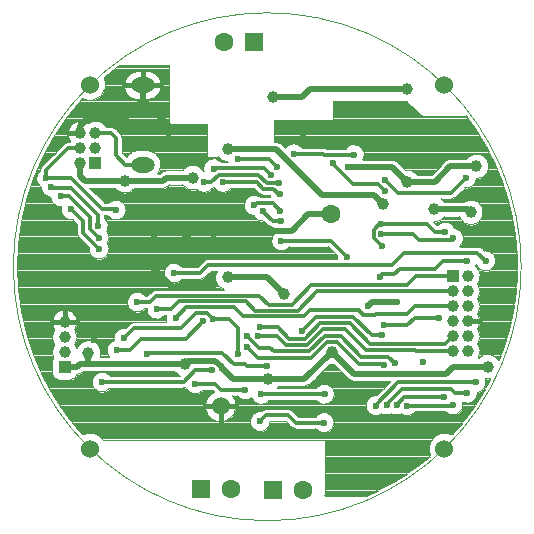
<source format=gbr>
*
*
G04 PADS 9.3 Build Number: 433611 generated Gerber (RS-274-X) file*
G04 PC Version=2.1*
*
%IN "LDC_Layout_20161209.pcb"*%
*
%MOIN*%
*
%FSLAX35Y35*%
*
*
*
*
G04 PC Standard Apertures*
*
*
G04 Thermal Relief Aperture macro.*
%AMTER*
1,1,$1,0,0*
1,0,$1-$2,0,0*
21,0,$3,$4,0,0,45*
21,0,$3,$4,0,0,135*
%
*
*
G04 Annular Aperture macro.*
%AMANN*
1,1,$1,0,0*
1,0,$2,0,0*
%
*
*
G04 Odd Aperture macro.*
%AMODD*
1,1,$1,0,0*
1,0,$1-0.005,0,0*
%
*
*
G04 PC Custom Aperture Macros*
*
*
*
*
*
*
G04 PC Aperture Table*
*
%ADD010C,0.001*%
%ADD024O,0.07874X0.05118*%
%ADD025C,0.06*%
%ADD028R,0.03937X0.03937*%
%ADD029C,0.03937*%
%ADD030R,0.06297X0.06297*%
%ADD031C,0.06297*%
%ADD036C,0.01181*%
%ADD037C,0.01969*%
%ADD040C,0.02362*%
%ADD041C,0.00394*%
%ADD042C,0.01575*%
%ADD043C,0.06299*%
*
*
*
*
G04 PC Circuitry*
G04 Layer Name LDC_Layout_20161209.pcb - circuitry*
%LPD*%
*
*
G04 PC Custom Flashes*
G04 Layer Name LDC_Layout_20161209.pcb - flashes*
%LPD*%
*
*
G04 PC Circuitry*
G04 Layer Name LDC_Layout_20161209.pcb - circuitry*
%LPD*%
*
G54D10*
G54D24*
G01X352165Y454134D03*
Y427756D03*
G54D25*
X378150Y347244D03*
X334646Y333071D03*
X452756Y454331D03*
Y333071D03*
X334646Y454331D03*
G54D28*
X326181Y360236D03*
X336417Y428150D03*
X455512Y390551D03*
G54D29*
X326181Y365236D03*
Y370236D03*
Y375236D03*
X331417Y428150D03*
X336417Y433150D03*
X331417D03*
X336417Y438150D03*
X331417D03*
X455512Y385551D03*
Y380551D03*
Y375551D03*
Y370551D03*
Y365551D03*
X460512D03*
Y370551D03*
Y375551D03*
Y380551D03*
Y385551D03*
Y390551D03*
X334055Y364961D03*
X366142Y361220D03*
X394094Y356299D03*
X415157Y365354D03*
X467126Y360433D03*
X399213Y384449D03*
X380512Y390157D03*
X432283Y414567D03*
X449409Y412795D03*
X461614Y411811D03*
X346260Y422441D03*
X368898Y423425D03*
X440354Y421850D03*
X380709Y432874D03*
X463386Y427165D03*
X395472Y450394D03*
X440354Y452953D03*
G54D30*
X389370Y468701D03*
X371654Y319488D03*
X395669Y319291D03*
G54D31*
X379370Y468701D03*
X381654Y319488D03*
X405669Y319291D03*
G54D36*
X391339Y342126D02*
X393440Y344227D01*
X400680*
X403175Y341732*
X412598*
X338583Y355315D02*
X365813D01*
X369750Y359252*
X375394*
X369488Y354528D02*
X376381D01*
X378153Y352756*
X386417*
X369488Y354528D02*
X369685Y354724D01*
X391732Y351181D02*
X412795D01*
X429921Y347441D02*
Y347766D01*
X437273Y355118*
X463189*
X440354Y347441D02*
X455315D01*
Y347638*
X455512*
X436811D02*
X439370Y350197D01*
X452756*
X433465Y347638D02*
Y347928D01*
X438489Y352953*
X454860*
X456238Y351575*
X460433*
X343504Y365945D02*
X347835D01*
X351575Y369685*
X366535*
X372441Y375591*
X353740Y364764D02*
X353937Y364961D01*
X378642*
X382480Y361122*
X386359*
X386851Y360630*
X393701*
X345866Y369882D02*
X349213Y373228D01*
X364961*
X369894Y378162*
X373609*
X375591Y376181*
X380906*
X383858Y373228*
Y364764*
X390748Y370472D02*
X396850D01*
X399803Y367520*
X406859*
X412174Y372835*
X419689*
X426579Y365945*
X443025*
X443419Y365551*
X455512*
X387008Y366929D02*
X390551Y363386D01*
X408393*
X413720Y368713*
X416932*
X424425Y361220*
X432677*
Y361024*
X391339Y373622D02*
X397115D01*
X401065Y369672*
X406192*
X411335Y374816*
X421147*
X427865Y368098*
X430709*
X430721Y368110*
X453071*
X455512Y370551*
X387008Y370669D02*
Y370576D01*
X390851Y366732*
X394685*
X395879Y365539*
X407698*
X412854Y370694*
X418136*
X425051Y363780*
X434055*
X436220Y361614*
X405118Y372244D02*
X409843Y376969D01*
X422433*
X428535Y370866*
X431890*
X432480Y374213D02*
X440340D01*
X442899Y376772*
X450787*
X350394Y381890D02*
X354490D01*
X356706Y384106*
X391099*
X394115Y381090*
X401793*
X408361Y387657*
X440340*
X443233Y390551*
X455512*
X356890Y379528D02*
X361601D01*
X364198Y382124*
X386572*
X389588Y379109*
X403803*
X410245Y385551*
X455512*
X363189Y376575D02*
X366757Y380143D01*
X382631*
X385647Y377128*
X405829*
X407835Y379134*
X424344*
X425722Y377756*
X429737*
X429921Y377940*
X440340*
X442951Y380551*
X455512*
X362598Y391535D02*
X371355D01*
X374111Y394291*
X435236*
X439370Y398425*
X463780*
X466535Y395669*
X431299Y390354D02*
X432087Y391142D01*
X436024*
X437795Y392913*
X449606*
X452362Y395669*
X460236*
X460512Y390551D02*
Y391455D01*
X398425Y402362D02*
X414961D01*
X420276Y397047*
X431890Y400591D02*
X429121Y403359D01*
Y405824*
X431432Y408135*
X431496Y408071*
X431693Y404724D02*
X442126D01*
X444291Y402559*
X455709*
Y403150*
X328346Y412795D02*
X332283Y408858D01*
Y404921*
X337598Y399606*
X389370Y414173D02*
X390157Y414961D01*
X395472*
X398031Y412402*
X392323Y412205D02*
X392215Y412097D01*
X395454Y408858*
X398425*
X431496Y408071D02*
X446850D01*
X449606Y405315*
X452953*
X320079Y423228D02*
Y425866D01*
X327362Y433150*
X331417*
X320079Y423228D02*
X328346D01*
X338780Y412795*
X343110*
X343307Y412598*
X321654Y420276D02*
Y420079D01*
X328196*
X337402Y410874*
Y407283*
X324803Y417126D02*
X327775D01*
X334646Y410255*
Y406299*
X337598Y403346*
X378937Y421850D02*
X390127D01*
X392383Y419595*
X395770*
X397451Y417913*
X398031*
X372638Y421850D02*
X375098D01*
X377670Y424422*
X390696*
X393477Y421641*
X397625*
X397638Y421654*
X433071Y422638D02*
X437402Y418307D01*
X454921*
X460039Y423425*
X375787Y426378D02*
Y426575D01*
X392520*
X394882Y424213*
X383858Y429528D02*
X394291D01*
X396850Y426969*
X402559Y431299D02*
X412392D01*
X412589Y431102*
X422638*
X415748Y428150D02*
Y428029D01*
X415748D02*
X422441Y421336D01*
X430633*
X432874Y419094*
X336417Y438150D02*
X341772D01*
X343307Y436614*
Y430887*
X346438Y427756*
X352165*
G54D37*
X326181Y360236D02*
X330434D01*
X331418Y361220*
X334055*
Y364961*
Y361220D02*
X366142D01*
X367323Y362402*
X376438*
X378543Y360296*
Y360039*
X382283Y356299*
X394094*
X406102*
X415157Y365354*
X422638Y357874*
X453150*
X455709Y360433*
X467126*
X427165Y380512D02*
X428740Y382087D01*
X436811*
X355906Y392913D02*
X362008Y386811D01*
X375591*
X380512Y390157D02*
X393504D01*
X399213Y384449*
X366339Y403150D02*
X369685Y406496D01*
X384646*
X385433Y405709*
X401792*
X407402Y411319*
X415059*
X449409Y412795D02*
X460630D01*
X461614Y411811*
X346260Y422441D02*
X347025Y422180D01*
X358804*
X360050Y423425*
X368898*
X440354Y421850D02*
X440748Y422047D01*
X449508*
X454626Y427165*
X463386*
X331417Y428150D02*
Y423898D01*
X332987Y422328*
X345818*
X345833Y422343*
X346260Y422441*
X380709Y432874D02*
X396654D01*
X411811Y417717*
X429134*
X432283Y414567*
X420472Y426969D02*
X435236D01*
X440354Y421850*
X331417Y438150D02*
Y440748D01*
X334370Y443701*
X346654*
X352362Y449409*
X361024Y440748*
Y438189*
X352165Y454134D02*
X352362Y453937D01*
Y449409*
X395472Y450394D02*
X405324D01*
X407883Y452953*
X440354*
G54D40*
X427362Y321260D03*
X342520Y338780D03*
X355118Y338976D03*
X391339Y342126D03*
X412598Y341732D03*
X338583Y355315D03*
X369685Y354724D03*
X386417Y352756D03*
X391732Y351181D03*
X412795D03*
X429921Y347441D03*
X440354D03*
X436811Y347638D03*
X433465D03*
X455512D03*
X452756Y350197D03*
X460433Y351575D03*
X463189Y355118D03*
X343504Y365945D03*
X353740Y364764D03*
X375394Y359252D03*
X378543Y360039D03*
X383858Y364764D03*
X393701Y360630D03*
X432677Y361024D03*
X436220Y361614D03*
X445472Y361811D03*
X336024Y369291D03*
X345866Y369882D03*
X375591Y376181D03*
X372441Y375591D03*
X390748Y370472D03*
X387008Y366929D03*
X391339Y373622D03*
X387008Y370669D03*
X405118Y372244D03*
X431890Y370866D03*
X432480Y374213D03*
X350394Y381890D03*
X356890Y379528D03*
X363189Y376575D03*
X427165Y380512D03*
X436811Y382087D03*
X450787Y376772D03*
X313583Y388189D03*
X355906Y392913D03*
X362598Y391535D03*
X375591Y386811D03*
X431299Y390354D03*
X460236Y395669D03*
X466535D03*
X337598Y403346D03*
Y399606D03*
X356102Y403346D03*
X366339Y403150D03*
X375984Y402953D03*
X398425Y402362D03*
X420276Y397047D03*
X431693Y404724D03*
X431890Y400591D03*
X455709Y403150D03*
X452953Y405315D03*
X328346Y412795D03*
X337402Y407283D03*
X343307Y412598D03*
X389370Y414173D03*
X398425Y408858D03*
X392323Y412205D03*
X398031Y412402D03*
X431496Y408071D03*
X320079Y423228D03*
X321654Y420276D03*
X324803Y417126D03*
X378937Y421850D03*
X372638D03*
X398031Y417913D03*
X394882Y424213D03*
X397638Y421654D03*
X433071Y422638D03*
X432874Y419094D03*
X460039Y423425D03*
X375787Y426378D03*
X383858Y429528D03*
X396850Y426969D03*
X402559Y431299D03*
X420472Y426969D03*
X415748Y428150D03*
X422638Y431102D03*
X462795Y435039D03*
X361024Y438189D03*
X405709Y437205D03*
X436220Y440354D03*
G54D41*
X468081Y356313D02*
G75*
G03X468038Y356369I-35J17D01*
G01X466405Y356331D02*
G03X468038Y356369I721J4102D01*
G01X466405Y356331D02*
G03X466361Y356278I-7J-39D01*
G01X463838Y351803D02*
G03X466361Y356278I-649J3315D01*
G01X463838Y351803D02*
G03X463806Y351762I7J-39D01*
G01X458817Y348608D02*
G03X463806Y351762I1616J2967D01*
G01X458817Y348608D02*
G03X458761Y348563I-19J-34D01*
G01X452947Y345440D02*
G03X458761Y348563I2565J2198D01*
G01X452947Y345440D02*
G03X452917Y345454I-30J-26D01*
G01X443106*
G03X443074Y345438I-0J-40*
G01X438443Y344656D02*
G03X443074Y345438I1911J2785D01*
G01X438443Y344656D02*
G03X438402Y344658I-22J-33D01*
G01X435157Y344692D02*
G03X438402Y344658I1654J2946D01*
G01X435157Y344692D02*
G03X435119I-19J-34D01*
G01X431873Y344658D02*
G03X435119Y344692I1592J2980D01*
G01X431873Y344658D02*
G03X431833Y344656I-18J-35D01*
G01X430138Y350812D02*
G03X431833Y344656I-217J-3371D01*
G01X430138Y350812D02*
G03X430168Y350823I2J39D01*
G01X434770Y355426*
G03X434743Y355493I-27J28*
G01X422638*
X420954Y356190D02*
G03X422638Y355493I1684J1684D01*
G01X420954Y356190D02*
X415905Y361239D01*
G03X415870Y361250I-28J-27*
G01X414445D02*
G03X415870I712J4104D01*
G01X414445D02*
G03X414410Y361239I-7J-38D01*
G01X407786Y354616*
X406102Y353918D02*
G03X407786Y354616I0J2381D01*
G01X406102Y353918D02*
X397533D01*
G03X397500Y353901I-0J-39*
G01X396918Y353237D02*
G03X397500Y353901I-2824J3062D01*
G01X396918Y353237D02*
G03X396945Y353169I27J-29D01*
G01X410044*
G03X410076Y353185I-0J39*
G01Y349178D02*
G03Y353185I2719J2003D01*
G01Y349178D02*
G03X410044Y349194I-32J-24D01*
G01X394484*
G03X394452Y349178I-0J-40*
G01X388544Y350065D02*
G03X394452Y349178I3188J1116D01*
G01X388544Y350065D02*
G03X388483Y350083I-37J-13D01*
G01X383698Y350752D02*
G03X388483Y350083I2719J2004D01*
G01X383698Y350752D02*
G03X383666Y350768I-32J-23D01*
G01X382058*
G03X382028Y350703I-0J-39*
G01X376033Y351990D02*
G03X382028Y350703I2117J-4746D01*
G01X376033Y351990D02*
G03X376044Y352054I-17J36D01*
G01X375570Y352529*
G03X375542Y352540I-28J-28*
G01X372280*
G03X372250Y352526I-0J-39*
G01X366564Y353433D02*
G03X372250Y352526I3121J1291D01*
G01X366564Y353433D02*
G03X366513Y353455I-37J-15D01*
G01X365813Y353328D02*
G03X366513Y353455I-0J1987D01*
G01X365813Y353328D02*
X341334D01*
G03X341302Y353312I0J-40*
G01Y357318D02*
G03Y353312I-2719J-2003D01*
G01Y357318D02*
G03X341334Y357302I32J24D01*
G01X364518*
G03X364534Y357378I0J40*
G01X362736Y358823D02*
G03X364534Y357378I3406J2397D01*
G01X362736Y358823D02*
G03X362704Y358839I-32J-23D01*
G01X334055*
X332421*
G03X332393Y358828I-0J-39*
G01X332118Y358553*
X330434Y357855D02*
G03X332118Y358553I-0J2381D01*
G01X330434Y357855D02*
X330340D01*
G03X330301Y357824I-0J-39*
G01X328150Y356071D02*
G03X330301Y357824I-0J2197D01*
G01X328150Y356071D02*
X324213D01*
X322016Y358268D02*
G03X324213Y356071I2197J-0D01*
G01X322016Y358268D02*
Y362205D01*
X322399Y363445D02*
G03X322016Y362205I1814J-1240D01*
G01X322399Y363445D02*
G03X322402Y363484I-32J22D01*
G01X322832Y367713D02*
G03X322402Y363484I3349J-2477D01*
G01X322832Y367713D02*
G03Y367760I-32J23D01*
G01Y372713D02*
G03Y367760I3349J-2477D01*
G01Y372713D02*
G03Y372760I-32J23D01*
G01X329530D02*
G03X322832I-3349J2476D01*
G01X329530D02*
G03Y372713I32J-24D01*
G01Y367760D02*
G03Y372713I-3349J2476D01*
G01Y367760D02*
G03Y367713I32J-24D01*
G01X330132Y366555D02*
G03X329530Y367713I-3951J-1319D01*
G01X330132Y366555D02*
G03X330206Y366552I38J13D01*
G01X338010Y363653D02*
G03X330206Y366552I-3955J1308D01*
G01X338010Y363653D02*
G03X338047Y363602I37J-12D01*
G01X340980*
G03X341009Y363668I0J39*
G01X342526Y369178D02*
G03X341009Y363668I978J-3233D01*
G01X342526Y369178D02*
G03X342553Y369223I-12J38D01*
G01X346373Y373222D02*
G03X342553Y369223I-507J-3340D01*
G01X346373Y373222D02*
G03X346406Y373233I6J39D01*
G01X347807Y374634*
X349213Y375216D02*
G03X347807Y374634I-0J-1988D01*
G01X349213Y375216D02*
X360037D01*
G03X360073Y375270I-0J39*
G01X359937Y377490D02*
G03X360073Y375270I3252J-915D01*
G01X359937Y377490D02*
G03X359899Y377540I-38J11D01*
G01X359641*
G03X359609Y377524I0J-39*
G01X353528Y379859D02*
G03X359609Y377524I3362J-331D01*
G01X353528Y379859D02*
G03X353489Y379902I-39J4D01*
G01X353145*
G03X353113Y379886I0J-39*
G01Y383893D02*
G03Y379886I-2719J-2003D01*
G01Y383893D02*
G03X353145Y383877I32J24D01*
G01X353651*
G03X353679Y383889I-0J40*
G01X355301Y385511*
X356706Y386093D02*
G03X355301Y385511I-0J-1987D01*
G01X356706Y386093D02*
X379296D01*
G03X379308Y386170I0J39*
G01X376907Y392245D02*
G03X379308Y386170I3605J-2088D01*
G01X376907Y392245D02*
G03X376873Y392304I-34J20D01*
G01X374950*
G03X374922Y392292I0J-39*
G01X372760Y390130*
X371355Y389548D02*
G03X372760Y390130I-0J1987D01*
G01X371355Y389548D02*
X365350D01*
G03X365318Y389532I-0J-39*
G01Y393539D02*
G03Y389532I-2720J-2004D01*
G01Y393539D02*
G03X365350Y393523I32J23D01*
G01X370515*
G03X370543Y393534I0J39*
G01X372705Y395697*
X374111Y396279D02*
G03X372705Y395697I-0J-1988D01*
G01X374111Y396279D02*
X416937D01*
G03X416975Y396327I-0J39*
G01X416936Y397554D02*
G03X416975Y396327I3340J-507D01*
G01X416936Y397554D02*
G03X416925Y397587I-39J6D01*
G01X414149Y400363*
G03X414121Y400375I-28J-28*
G01X401177*
G03X401145Y400359I-0J-40*
G01X397375Y405573D02*
G03X401145Y400359I1050J-3211D01*
G01X397375Y405573D02*
G03Y405648I-12J37D01*
G01X395705Y406855D02*
G03X397375Y405648I2720J2003D01*
G01X395705Y406855D02*
G03X395674Y406871I-31J-24D01*
G01X395454*
X394048Y407453D02*
G03X395454Y406871I1406J1405D01*
G01X394048Y407453D02*
X392671Y408830D01*
G03X392639Y408842I-28J-28*
G01X389262Y410776D02*
G03X392639Y408842I3061J1429D01*
G01X389262Y410776D02*
G03X389228Y410798I-36J-17D01*
G01X391286Y416955D02*
G03X389228Y410798I-1916J-2782D01*
G01X391286Y416955D02*
G03X391309Y416948I23J32D01*
G01X394742*
G03X394780Y416998I-0J39*
G01X394671Y417572D02*
G03X394780Y416998I3360J341D01*
G01X394671Y417572D02*
G03X394632Y417607I-39J-4D01*
G01X392383*
X390977Y418189D02*
G03X392383Y417607I1406J1406D01*
G01X390977Y418189D02*
X389315Y419851D01*
G03X389288Y419863I-27J-27*
G01X381688*
G03X381657Y419847I0J-39*
G01X376065Y420072D02*
G03X381657Y419847I2872J1778D01*
G01X376065Y420072D02*
G03X376014Y420086I-33J-21D01*
G01X375400Y419886D02*
G03X376013Y420086I-302J1964D01*
G01X375400Y419886D02*
G03X375375Y419870I6J-39D01*
G01X370249Y419462D02*
G03X375375Y419870I2389J2388D01*
G01X370249Y419462D02*
G03X370209Y419472I-28J-28D01*
G01X365492Y421027D02*
G03X370209Y419472I3406J2398D01*
G01X365492Y421027D02*
G03X365459Y421044I-33J-22D01*
G01X361053*
G03X361025Y421033I-0J-39*
G01X360488Y420496*
X358804Y419798D02*
G03X360488Y420496I0J2382D01*
G01X358804Y419798D02*
X349498D01*
G03X349468Y419784I0J-39*
G01X342935Y419932D02*
G03X349468Y419784I3325J2509D01*
G01X342935Y419932D02*
G03X342904Y419947I-31J-24D01*
G01X334533*
G03X334505Y419880I0J-39*
G01X339591Y414794*
G03X339619Y414783I28J28*
G01X340712*
G03X340742Y414796I0J39*
G01X340454Y410790D02*
G03X340742Y414796I2853J1808D01*
G01X340454Y410790D02*
G03X340421Y410808I-33J-22D01*
G01X339428*
G03X339389Y410768I0J-40*
G01Y410035*
G03X339405Y410003I39J-0*
G01X340255Y405475D02*
G03X339405Y410003I-2853J1808D01*
G01X340255Y405475D02*
G03X340257Y405430I33J-21D01*
G01X340426Y401498D02*
G03X340257Y405430I-2828J1848D01*
G01X340426Y401498D02*
G03Y401455I33J-22D01*
G01X334259Y400113D02*
G03X340426Y401455I3339J-507D01*
G01X334259Y400113D02*
G03X334248Y400147I-39J6D01*
G01X330878Y403516*
X330296Y404921D02*
G03X330878Y403516I1987J0D01*
G01X330296Y404921D02*
Y408019D01*
G03X330285Y408047I-39J-0*
G01X328887Y409444*
G03X328853Y409455I-28J-27*
G01X325094Y413707D02*
G03X328853Y409455I3252J-912D01*
G01X325094Y413707D02*
G03X325053Y413757I-38J11D01*
G01X321435Y416871D02*
G03X325053Y413757I3368J255D01*
G01X321435Y416871D02*
G03X321399Y416907I-39J-3D01*
G01X318276Y420349D02*
G03X321399Y416907I3378J-73D01*
G01X318276Y420349D02*
Y420350D01*
G03X318258Y420383I-39J-0*
G01X318079Y425950D02*
G03X318258Y420383I2000J-2722D01*
G01X318079Y425950D02*
G03X318095Y425980I-24J32D01*
G01X318673Y427271D02*
G03X318095Y425980I1406J-1405D01*
G01X318673Y427271D02*
X325957Y434555D01*
X327362Y435137D02*
G03X325957Y434555I0J-1987D01*
G01X327362Y435137D02*
X327733D01*
G03X327768Y435157I0J39*
G01X328068Y435626D02*
G03X327768Y435157I3349J-2476D01*
G01X328068Y435626D02*
G03Y435673I-31J24D01*
G01X333894Y441499D02*
G03X328068Y435673I-2477J-3349D01*
G01X333894Y441499D02*
G03X333941I23J31D01*
G01X340067Y440157D02*
G03X333941Y441499I-3650J-2007D01*
G01X340067Y440157D02*
G03X340101Y440137I34J19D01*
G01X341772*
X343177Y439555D02*
G03X341772Y440137I-1405J-1405D01*
G01X343177Y439555D02*
X344712Y438019D01*
X345295Y436614D02*
G03X344712Y438019I-1988J0D01*
G01X345295Y436614D02*
Y431726D01*
G03X345306Y431698I39J0*
G01X346709Y430295*
G03X346770Y430302I28J28*
G01X350787Y432512D02*
G03X346770Y430302I0J-4756D01*
G01X350787Y432512D02*
X353543D01*
X357124Y424626D02*
G03X353543Y432512I-3581J3130D01*
G01X357124Y424626D02*
G03X357154Y424561I30J-26D01*
G01X357802*
G03X357830Y424572I-0J39*
G01X358366Y425109*
X360050Y425806D02*
G03X358366Y425109I-0J-2381D01*
G01X360050Y425806D02*
X365459D01*
G03X365492Y425823I0J40*
G01X372407Y425669D02*
G03X365492Y425823I-3509J-2244D01*
G01X372407Y425669D02*
G03X372478Y425699I33J22D01*
G01X378352Y428576D02*
G03X372478Y425699I-2565J-2198D01*
G01X378352Y428576D02*
G03X378382Y428562I30J26D01*
G01X380569*
G03X380607Y428612I-0J40*
G01X380588Y428682D02*
G03X380607Y428612I3270J846D01*
G01X380588Y428682D02*
G03X380551Y428712I-38J-10D01*
G01X377434Y430300D02*
G03X380551Y428712I3275J2574D01*
G01X377434Y430300D02*
G03X377403Y430315I-31J-24D01*
G01X373622*
Y441299*
G03X373583Y441339I-39J0*
G01X361024*
Y460787*
G03X360984Y460827I-40J0*
G01X344475*
G03X344452Y460819I-0J-40*
X339298Y456714I49249J-67118*
X339288Y456666I25J-30*
G01X332189Y449751D02*
G03X339288Y456666I2457J4580D01*
G01X332189Y449751D02*
G03X332141Y449743I-19J-34D01*
Y337658I61560J-56042*
X332189Y337650I29J27*
G01X338910Y336040D02*
G03X332189Y337650I-4264J-2969D01*
G01X338911Y336040D02*
G03X338943Y336024I32J23D01*
G01X412795*
Y317362*
G03X412835Y317323I40J0*
G01X426810*
G03X426826Y317326I0J39*
X448104Y330688I-33125J76375*
X448113Y330735I-26J30*
G01X455213Y337650D02*
G03X448113Y330735I-2457J-4579D01*
G01X455213Y337650D02*
G03X455261Y337658I19J35D01*
X468081Y356313I-61560J56043*
G01X470854Y362432D02*
G03X459976Y444079I-77153J31269D01*
X459945Y444094I-31J-24*
G01X445196*
X440319Y448777*
G03X440292Y448788I-27J-29*
G01X439845Y448819D02*
G03X440292Y448788I509J4134D01*
G01X439845Y448819D02*
G03X439840I-5J-39D01*
G01X415787*
G03X415748Y448780I0J-39*
G01Y442717*
X395906*
G03X395866Y442677I-0J-40*
G01Y435295*
G03X395906Y435255I40J-0*
G01X396654*
X398337Y434558D02*
G03X396654Y435255I-1683J-1684D01*
G01X398337Y434558D02*
X399704Y433191D01*
G03X399764Y433197I28J28*
G01X405279Y433303D02*
G03X399764Y433197I-2720J-2004D01*
G01X405279Y433303D02*
G03X405310Y433287I31J23D01*
G01X412392*
X413247Y433094D02*
G03X412392Y433287I-855J-1795D01*
G01X413247Y433094D02*
G03X413263Y433090I16J35D01*
G01X419886*
G03X419918Y433106I0J39*
G01X425561Y429409D02*
G03X419918Y433106I-2923J1693D01*
G01X425561Y429409D02*
G03X425595Y429350I34J-20D01*
G01X435236*
X436920Y428652D02*
G03X435236Y429350I-1684J-1683D01*
G01X436920Y428652D02*
X439607Y425965D01*
G03X439641Y425954I28J28*
G01X443614Y424443D02*
G03X439641Y425954I-3260J-2593D01*
G01X443614Y424443D02*
G03X443645Y424428I31J25D01*
G01X448505*
G03X448533Y424440I0J40*
G01X452942Y428849*
X454626Y429546D02*
G03X452942Y428849I-0J-2381D01*
G01X454626Y429546D02*
X459948D01*
G03X459980Y429563I-0J40*
G01X463425Y423000D02*
G03X459980Y429563I-39J4165D01*
G01X463425Y423000D02*
G03X463386Y422966I0J-39D01*
G01X459533Y420085D02*
G03X463386Y422966I506J3340D01*
G01X459533Y420085D02*
G03X459499Y420074I-6J-39D01*
G01X456327Y416902*
X454921Y416320D02*
G03X456327Y416902I0J1987D01*
G01X454921Y416320D02*
X451762D01*
G03X451740Y416248I0J-40*
G01X452815Y415193D02*
G03X451740Y416248I-3406J-2398D01*
G01X452815Y415193D02*
G03X452848Y415176I33J23D01*
G01X459147*
G03X459170Y415184I-0J40*
G01X457699Y410388D02*
G03X459170Y415184I3915J1423D01*
G01X457699Y410388D02*
G03X457662Y410414I-37J-13D01*
G01X452848*
G03X452815Y410397I-0J-39*
G01X449193Y408636D02*
G03X452815Y410397I216J4159D01*
G01X449193Y408636D02*
G03X449164Y408568I-2J-40D01*
G01X450280Y407452*
G03X450339Y407454I28J27*
G01X456107Y406525D02*
G03X450339Y407454I-3154J-1210D01*
G01X456107Y406525D02*
G03X456138Y406500I36J14D01*
G01X457782Y400483D02*
G03X456138Y406500I-2073J2667D01*
G01X457782Y400483D02*
G03X457807Y400413I25J-31D01*
G01X463780*
X465185Y399831D02*
G03X463780Y400413I-1405J-1406D01*
G01X465185Y399831D02*
X465995Y399020D01*
G03X466029Y399009I28J28*
G01X463422Y394359D02*
G03X466029Y399009I3113J1310D01*
G01X463422Y394359D02*
G03X463350I-36J-16D01*
G01X463092Y393866D02*
G03X463350Y394359I-2856J1803D01*
G01X463092Y393866D02*
G03X463101Y393814I34J-21D01*
G01X463861Y388075D02*
G03X463101Y393814I-3349J2476D01*
G01X463861Y388075D02*
G03Y388028I32J-24D01*
G01Y383075D02*
G03Y388028I-3349J2476D01*
G01Y383075D02*
G03Y383028I32J-24D01*
G01Y378075D02*
G03Y383028I-3349J2476D01*
G01Y378075D02*
G03Y378028I32J-24D01*
G01Y373075D02*
G03Y378028I-3349J2476D01*
G01Y373075D02*
G03Y373028I32J-24D01*
G01Y368075D02*
G03Y373028I-3349J2476D01*
G01Y368075D02*
G03Y368028I32J-24D01*
G01X464055Y363361D02*
G03X463861Y368028I-3543J2190D01*
G01X464055Y363361D02*
G03X464117Y363314I34J-20D01*
G01X470783Y362428D02*
G03X464117Y363314I-3657J-1995D01*
G01X470783Y362428D02*
G03X470854Y362432I34J18D01*
G01X409879Y339729D02*
G03Y343736I2719J2003D01*
G01Y339729D02*
G03X409847Y339745I-32J-24D01*
G01X403175*
X401769Y340327D02*
G03X403175Y339745I1406J1405D01*
G01X401769Y340327D02*
X399868Y342228D01*
G03X399840Y342240I-28J-28*
G01X394755*
G03X394716Y342200I0J-40*
G01X394716*
X391845Y345466D02*
G03X394716Y342200I-506J-3340D01*
G01X391845Y345466D02*
G03X391879Y345477I6J39D01*
G01X392035Y345633*
X393440Y346215D02*
G03X392035Y345633I-0J-1988D01*
G01X393440Y346215D02*
X400680D01*
X402085Y345633D02*
G03X400680Y346215I-1405J-1406D01*
G01X402085Y345633D02*
X403986Y343731D01*
G03X404014Y343720I28J28*
G01X409847*
G03X409879Y343736I-0J39*
G01X353543Y449378D02*
G03Y458890I0J4756D01*
G01Y449378D02*
X350787D01*
Y458890D02*
G03Y449378I0J-4756D01*
G01Y458890D02*
X353543D01*
X469386Y393857D02*
X476949D01*
X469127Y393503D02*
X476949D01*
X469583Y394211D02*
X476948D01*
X468784Y393148D02*
X476948D01*
X469728Y394566D02*
X476945D01*
X468308Y392794D02*
X476945D01*
X469829Y394920D02*
X476941D01*
X467525Y392440D02*
X476940D01*
X469890Y395274D02*
X476935D01*
X464384Y392085D02*
X476934D01*
X469913Y395629D02*
X476927D01*
X464507Y391731D02*
X476926D01*
X469899Y395983D02*
X476918D01*
X464595Y391377D02*
X476917D01*
X469847Y396337D02*
X476908D01*
X464650Y391022D02*
X476906D01*
X469755Y396692D02*
X476896D01*
X464676Y390668D02*
X476894D01*
X469620Y397046D02*
X476882D01*
X464670Y390314D02*
X476881D01*
X469436Y397400D02*
X476867D01*
X464635Y389959D02*
X476865D01*
X469193Y397755D02*
X476851D01*
X464568Y389605D02*
X476849D01*
X468872Y398109D02*
X476833D01*
X464469Y389251D02*
X476831D01*
X468434Y398463D02*
X476813D01*
X464334Y388896D02*
X476811D01*
X467760Y398818D02*
X476792D01*
X464161Y388542D02*
X476790D01*
X465843Y399172D02*
X476770D01*
X463942Y388188D02*
X476767D01*
X465489Y399526D02*
X476746D01*
X463996Y387833D02*
X476743D01*
X465133Y399881D02*
X476720D01*
X464204Y387479D02*
X476717D01*
X464601Y400235D02*
X476693D01*
X464369Y387125D02*
X476689D01*
X457912Y400589D02*
X476664D01*
X464495Y386770D02*
X476661D01*
X458267Y400944D02*
X476634D01*
X464586Y386416D02*
X476630D01*
X458534Y401298D02*
X476602D01*
X464646Y386062D02*
X476598D01*
X458737Y401652D02*
X476569D01*
X464674Y385707D02*
X476565D01*
X458887Y402007D02*
X476534D01*
X464672Y385353D02*
X476530D01*
X458993Y402361D02*
X476498D01*
X464640Y384999D02*
X476494D01*
X459059Y402715D02*
X476460D01*
X464577Y384644D02*
X476456D01*
X459086Y403070D02*
X476421D01*
X464482Y384290D02*
X476416D01*
X459075Y403424D02*
X476380D01*
X464351Y383936D02*
X476375D01*
X459028Y403778D02*
X476337D01*
X464182Y383581D02*
X476332D01*
X458940Y404133D02*
X476293D01*
X463968Y383227D02*
X476288D01*
X458811Y404487D02*
X476248D01*
X463970Y382873D02*
X476242D01*
X458633Y404841D02*
X476201D01*
X464183Y382518D02*
X476195D01*
X458397Y405196D02*
X476152D01*
X464352Y382164D02*
X476146D01*
X458086Y405550D02*
X476102D01*
X464483Y381810D02*
X476096D01*
X457664Y405904D02*
X476050D01*
X464578Y381455D02*
X476044D01*
X457030Y406259D02*
X475997D01*
X464641Y381101D02*
X475991D01*
X456071Y406613D02*
X475942D01*
X464673Y380747D02*
X475936D01*
X455899Y406967D02*
X475886D01*
X464674Y380392D02*
X475879D01*
X455670Y407322D02*
X475828D01*
X464645Y380038D02*
X475821D01*
X462115Y407676D02*
X475768D01*
X464586Y379684D02*
X475761D01*
X463362Y408030D02*
X475707D01*
X464494Y379329D02*
X475700D01*
X463983Y408385D02*
X475644D01*
X464367Y378975D02*
X475637D01*
X464427Y408739D02*
X475580D01*
X464203Y378621D02*
X475572D01*
X464771Y409093D02*
X475514D01*
X463995Y378266D02*
X475506D01*
X465044Y409448D02*
X475447D01*
X463944Y377912D02*
X475439D01*
X465263Y409802D02*
X475378D01*
X464162Y377558D02*
X475369D01*
X465437Y410156D02*
X475307D01*
X464335Y377203D02*
X475299D01*
X465571Y410510D02*
X475235D01*
X464470Y376849D02*
X475226D01*
X465671Y410865D02*
X475161D01*
X464569Y376495D02*
X475152D01*
X465737Y411219D02*
X475085D01*
X464635Y376140D02*
X475076D01*
X465773Y411573D02*
X475008D01*
X464671Y375786D02*
X474999D01*
X465778Y411928D02*
X474930D01*
X464675Y375432D02*
X474920D01*
X465753Y412282D02*
X474849D01*
X464650Y375077D02*
X474840D01*
X465697Y412636D02*
X474767D01*
X464594Y374723D02*
X474758D01*
X465609Y412991D02*
X474684D01*
X464506Y374369D02*
X474674D01*
X465487Y413345D02*
X474599D01*
X464383Y374014D02*
X474588D01*
X465327Y413699D02*
X474512D01*
X464223Y373660D02*
X474501D01*
X465124Y414054D02*
X474423D01*
X464020Y373306D02*
X474413D01*
X464871Y414408D02*
X474333D01*
X463916Y372951D02*
X474322D01*
X464553Y414762D02*
X474241D01*
X464140Y372597D02*
X474230D01*
X464148Y415117D02*
X474148D01*
X464318Y372243D02*
X474137D01*
X463603Y415471D02*
X474053D01*
X464457Y371888D02*
X474041D01*
X462725Y415825D02*
X473956D01*
X464560Y371534D02*
X473944D01*
X451837Y416180D02*
X473857D01*
X464629Y371180D02*
X473845D01*
X455819Y416534D02*
X473757D01*
X464668Y370825D02*
X473745D01*
X456313Y416888D02*
X473655D01*
X464676Y370471D02*
X473643D01*
X456668Y417243D02*
X473552D01*
X464654Y370117D02*
X473539D01*
X457022Y417597D02*
X473446D01*
X464602Y369762D02*
X473434D01*
X457376Y417951D02*
X473339D01*
X464517Y369408D02*
X473326D01*
X457731Y418306D02*
X473230D01*
X464399Y369054D02*
X473217D01*
X458085Y418660D02*
X473120D01*
X464243Y368699D02*
X473107D01*
X458439Y419014D02*
X473008D01*
X464045Y368345D02*
X472994D01*
X458794Y419369D02*
X472894D01*
X463888Y367991D02*
X472880D01*
X459148Y419723D02*
X472778D01*
X464118Y367636D02*
X472764D01*
X460490Y420077D02*
X472660D01*
X464300Y367282D02*
X472646D01*
X461605Y420432D02*
X472541D01*
X464443Y366928D02*
X472527D01*
X462148Y420786D02*
X472420D01*
X464550Y366573D02*
X472406D01*
X462527Y421140D02*
X472297D01*
X464623Y366219D02*
X472283D01*
X462811Y421495D02*
X472173D01*
X464665Y365865D02*
X472158D01*
X463027Y421849D02*
X472046D01*
X464677Y365510D02*
X472031D01*
X463189Y422203D02*
X471918D01*
X464658Y365156D02*
X471903D01*
X463304Y422558D02*
X471788D01*
X464609Y364802D02*
X471773D01*
X463378Y422912D02*
X471656D01*
X468237Y364448D02*
X471641D01*
X464852Y423266D02*
X471523D01*
X469114Y364093D02*
X471507D01*
X465574Y423621D02*
X471387D01*
X469660Y363739D02*
X471371D01*
X466064Y423975D02*
X471250D01*
X470065Y363385D02*
X471233D01*
X466437Y424329D02*
X471110D01*
X470383Y363030D02*
X471094D01*
X466731Y424684D02*
X470969D01*
X470636Y362676D02*
X470952D01*
X466967Y425038D02*
X470826D01*
X467155Y425392D02*
X470681D01*
X467302Y425747D02*
X470535D01*
X467413Y426101D02*
X470386D01*
X467490Y426455D02*
X470235D01*
X467536Y426810D02*
X470082D01*
X467551Y427164D02*
X469928D01*
X467536Y427518D02*
X469771D01*
X467491Y427873D02*
X469613D01*
X467414Y428227D02*
X469452D01*
X467303Y428581D02*
X469290D01*
X467156Y428936D02*
X469125D01*
X466969Y429290D02*
X468959D01*
X466733Y429644D02*
X468790D01*
X466439Y429999D02*
X468620D01*
X466067Y430353D02*
X468447D01*
X465578Y430707D02*
X468272D01*
X464859Y431062D02*
X468095D01*
X426001Y431416D02*
X467916D01*
X425949Y431770D02*
X467735D01*
X425857Y432125D02*
X467552D01*
X425723Y432479D02*
X467366D01*
X425539Y432833D02*
X467179D01*
X425295Y433188D02*
X466989D01*
X424974Y433542D02*
X466797D01*
X424536Y433896D02*
X466603D01*
X423862Y434251D02*
X466406D01*
X403254Y434605D02*
X466207D01*
X464528Y364448D02*
X466015D01*
X397803Y434959D02*
X466006D01*
X395866Y435314D02*
X465803D01*
X395866Y435668D02*
X465597D01*
X464225Y392440D02*
X465545D01*
X395866Y436022D02*
X465389D01*
X395866Y436377D02*
X465179D01*
X464414Y364093D02*
X465138D01*
X395866Y436731D02*
X464966D01*
X464022Y392794D02*
X464763D01*
X395866Y437085D02*
X464751D01*
X464262Y363739D02*
X464592D01*
X395866Y437440D02*
X464534D01*
X395866Y437794D02*
X464313D01*
X463768Y393148D02*
X464287D01*
X464069Y363385D02*
X464187D01*
X395866Y438148D02*
X464091D01*
X463451Y393503D02*
X463944D01*
X395866Y438503D02*
X463866D01*
X463088Y393857D02*
X463685D01*
X395866Y438857D02*
X463638D01*
X463283Y394211D02*
X463488D01*
X395866Y439211D02*
X463408D01*
X395866Y439566D02*
X463176D01*
X395866Y439920D02*
X462941D01*
X395866Y440274D02*
X462703D01*
X395866Y440629D02*
X462462D01*
X395866Y440983D02*
X462219D01*
X395866Y441337D02*
X461973D01*
X426016Y431062D02*
X461913D01*
X395866Y441692D02*
X461725D01*
X395866Y442046D02*
X461473D01*
X395866Y442400D02*
X461219D01*
X425993Y430707D02*
X461194D01*
X455369Y407676D02*
X461113D01*
X415748Y442755D02*
X460962D01*
X425932Y430353D02*
X460705D01*
X415748Y443109D02*
X460702D01*
X452267Y415825D02*
X460503D01*
X415748Y443463D02*
X460440D01*
X425830Y429999D02*
X460333D01*
X415748Y443818D02*
X460174D01*
X425685Y429644D02*
X460038D01*
X454962Y408030D02*
X459866D01*
X452602Y415471D02*
X459626D01*
X459503Y420077D02*
X459589D01*
X454363Y408385D02*
X459246D01*
X450356Y408739D02*
X458801D01*
X451319Y409093D02*
X458458D01*
X451888Y409448D02*
X458184D01*
X452306Y409802D02*
X457965D01*
X452632Y410156D02*
X457792D01*
X435766Y429290D02*
X453551D01*
X436578Y428936D02*
X453034D01*
X436991Y428581D02*
X452675D01*
X437345Y428227D02*
X452320D01*
X437699Y427873D02*
X451966D01*
X438054Y427518D02*
X451612D01*
X449347Y408385D02*
X451543D01*
X438408Y427164D02*
X451257D01*
X449702Y408030D02*
X450943D01*
X438762Y426810D02*
X450903D01*
X439117Y426455D02*
X450549D01*
X450056Y407676D02*
X450537D01*
X439471Y426101D02*
X450194D01*
X441827Y425747D02*
X449840D01*
X442546Y425392D02*
X449486D01*
X443036Y425038D02*
X449131D01*
X443408Y424684D02*
X448777D01*
X415748Y444172D02*
X445116D01*
X415748Y444526D02*
X444747D01*
X415748Y444881D02*
X444378D01*
X415748Y445235D02*
X444008D01*
X415748Y445589D02*
X443639D01*
X415748Y445944D02*
X443270D01*
X415748Y446298D02*
X442901D01*
X415748Y446652D02*
X442532D01*
X415748Y447007D02*
X442163D01*
X415748Y447361D02*
X441794D01*
X415748Y447715D02*
X441425D01*
X415748Y448070D02*
X441056D01*
X415748Y448424D02*
X440687D01*
X415748Y448778D02*
X440317D01*
X404202Y434251D02*
X421413D01*
X404719Y433896D02*
X420739D01*
X405085Y433542D02*
X420301D01*
X413011Y433188D02*
X419980D01*
X398289Y434605D02*
X401864D01*
X398644Y434251D02*
X400916D01*
X398999Y433896D02*
X400399D01*
X399353Y433542D02*
X400033D01*
X399708Y433188D02*
X399756D01*
X467627Y356298D02*
X468074D01*
X466465Y355944D02*
X467895D01*
X466534Y355589D02*
X467713D01*
X466565Y355235D02*
X467530D01*
X466559Y354881D02*
X467344D01*
X466515Y354526D02*
X467156D01*
X466432Y354172D02*
X466966D01*
X466307Y353818D02*
X466774D01*
X466360Y356298D02*
X466625D01*
X466134Y353463D02*
X466579D01*
X465904Y353109D02*
X466383D01*
X465602Y352755D02*
X466184D01*
X465195Y352400D02*
X465982D01*
X464593Y352046D02*
X465779D01*
X463809Y351692D02*
X465573D01*
X463803Y351337D02*
X465365D01*
X463759Y350983D02*
X465154D01*
X463676Y350629D02*
X464941D01*
X463551Y350274D02*
X464725D01*
X463378Y349920D02*
X464508D01*
X463149Y349566D02*
X464287D01*
X462846Y349211D02*
X464064D01*
X462439Y348857D02*
X463839D01*
X461838Y348503D02*
X463611D01*
X458851Y348148D02*
X463381D01*
X458886Y347794D02*
X463148D01*
X458884Y347440D02*
X462913D01*
X458844Y347085D02*
X462674D01*
X458766Y346731D02*
X462434D01*
X458646Y346377D02*
X462190D01*
X458478Y346022D02*
X461944D01*
X458256Y345668D02*
X461695D01*
X457963Y345314D02*
X461443D01*
X457570Y344959D02*
X461189D01*
X456999Y344605D02*
X460931D01*
X441465Y344251D02*
X460671D01*
X415192Y343896D02*
X460408D01*
X415451Y343542D02*
X460142D01*
X415647Y343188D02*
X459873D01*
X415792Y342833D02*
X459601D01*
X415893Y342479D02*
X459326D01*
X415954Y342125D02*
X459048D01*
X458777Y348503D02*
X459029D01*
X415976Y341770D02*
X458767D01*
X415962Y341416D02*
X458482D01*
X415909Y341062D02*
X458195D01*
X415817Y340707D02*
X457904D01*
X415682Y340353D02*
X457610D01*
X415498Y339999D02*
X457312D01*
X415254Y339644D02*
X457012D01*
X414932Y339290D02*
X456707D01*
X414493Y338936D02*
X456400D01*
X413816Y338581D02*
X456088D01*
X453405Y338227D02*
X455774D01*
X454743Y337873D02*
X455455D01*
X442190Y344605D02*
X454024D01*
X442646Y344959D02*
X453454D01*
X442978Y345314D02*
X453060D01*
X335295Y338227D02*
X452107D01*
X336633Y337873D02*
X450768D01*
X337334Y337518D02*
X450068D01*
X337848Y337164D02*
X449554D01*
X338255Y336810D02*
X449146D01*
X338589Y336455D02*
X448812D01*
X338868Y336101D02*
X448534D01*
X412795Y335747D02*
X448301D01*
X412795Y335392D02*
X448106D01*
X412795Y330786D02*
X448088D01*
X412795Y335038D02*
X447946D01*
X412795Y331140D02*
X447931D01*
X412795Y334684D02*
X447816D01*
X412795Y330432D02*
X447806D01*
X412795Y331495D02*
X447804D01*
X412795Y334329D02*
X447714D01*
X412795Y331849D02*
X447705D01*
X412795Y333975D02*
X447638D01*
X412795Y332203D02*
X447632D01*
X412795Y333621D02*
X447588D01*
X412795Y332558D02*
X447584D01*
X412795Y333266D02*
X447563D01*
X412795Y332912D02*
X447561D01*
X412795Y330077D02*
X447389D01*
X412795Y329723D02*
X446966D01*
X412795Y329369D02*
X446538D01*
X412795Y329014D02*
X446103D01*
X412795Y328660D02*
X445663D01*
X412795Y328306D02*
X445216D01*
X412795Y327951D02*
X444763D01*
X412795Y327597D02*
X444304D01*
X412795Y327243D02*
X443838D01*
X412795Y326888D02*
X443364D01*
X412795Y326534D02*
X442884D01*
X412795Y326180D02*
X442397D01*
X412795Y325825D02*
X441901D01*
X412795Y325471D02*
X441399D01*
X412795Y325117D02*
X440888D01*
X412795Y324762D02*
X440368D01*
X412795Y324408D02*
X439841D01*
X412795Y324054D02*
X439304D01*
X431032Y344251D02*
X439244D01*
X412795Y323699D02*
X438758D01*
X438299Y344605D02*
X438519D01*
X412795Y323345D02*
X438203D01*
X412795Y322991D02*
X437638D01*
X412795Y322636D02*
X437062D01*
X412795Y322282D02*
X436476D01*
X412795Y321928D02*
X435879D01*
X434952Y344605D02*
X435323D01*
X412795Y321573D02*
X435270D01*
X412795Y321219D02*
X434649D01*
X408405Y355235D02*
X434580D01*
X408051Y354881D02*
X434225D01*
X412795Y320865D02*
X434016D01*
X413265Y354526D02*
X433871D01*
X414366Y354172D02*
X433517D01*
X412795Y320510D02*
X433369D01*
X414907Y353818D02*
X433162D01*
X415286Y353463D02*
X432808D01*
X412795Y320156D02*
X432708D01*
X415569Y353109D02*
X432454D01*
X415784Y352755D02*
X432099D01*
X412795Y319802D02*
X432032D01*
X431756Y344605D02*
X431977D01*
X415946Y352400D02*
X431745D01*
X416061Y352046D02*
X431391D01*
X412795Y319448D02*
X431341D01*
X416134Y351692D02*
X431036D01*
X416170Y351337D02*
X430682D01*
X412795Y319093D02*
X430634D01*
X416167Y350983D02*
X430328D01*
X412795Y318739D02*
X429909D01*
X412795Y318385D02*
X429167D01*
X414850Y344251D02*
X428811D01*
X416128Y350629D02*
X428803D01*
X412795Y318030D02*
X428404D01*
X414376Y344605D02*
X428086D01*
X416049Y350274D02*
X428082D01*
X413597Y344959D02*
X427629D01*
X415929Y349920D02*
X427627D01*
X412795Y317676D02*
X427621D01*
X402404Y345314D02*
X427297D01*
X415762Y349566D02*
X427295D01*
X402049Y345668D02*
X427046D01*
X415539Y349211D02*
X427044D01*
X401533Y346022D02*
X426856D01*
X415247Y348857D02*
X426854D01*
X383274Y346377D02*
X426715D01*
X414854Y348503D02*
X426714D01*
X383321Y346731D02*
X426619D01*
X414283Y348148D02*
X426618D01*
X383344Y347085D02*
X426562D01*
X383317Y347794D02*
X426562D01*
X383343Y347440D02*
X426543D01*
X408760Y355589D02*
X421967D01*
X409114Y355944D02*
X421244D01*
X409468Y356298D02*
X420846D01*
X409823Y356652D02*
X420492D01*
X410177Y357007D02*
X420138D01*
X410531Y357361D02*
X419784D01*
X410886Y357715D02*
X419429D01*
X411240Y358070D02*
X419075D01*
X411594Y358424D02*
X418721D01*
X411949Y358778D02*
X418366D01*
X412303Y359133D02*
X418012D01*
X412657Y359487D02*
X417658D01*
X413012Y359841D02*
X417303D01*
X338449Y396337D02*
X416973D01*
X413366Y360196D02*
X416949D01*
X339306Y396692D02*
X416916D01*
X340157Y397400D02*
X416916D01*
X339802Y397046D02*
X416898D01*
X340424Y397755D02*
X416758D01*
X413720Y360550D02*
X416595D01*
X340626Y398109D02*
X416403D01*
X414075Y360904D02*
X416240D01*
X340777Y398463D02*
X416049D01*
X340883Y398818D02*
X415695D01*
X399535Y399172D02*
X415340D01*
X400260Y399526D02*
X414986D01*
X400717Y399881D02*
X414632D01*
X401049Y400235D02*
X414277D01*
X407692Y354526D02*
X412325D01*
X402758Y344959D02*
X411600D01*
X331313Y338581D02*
X411381D01*
X393220Y348148D02*
X411308D01*
X407172Y354172D02*
X411225D01*
X403112Y344605D02*
X410821D01*
X393791Y348503D02*
X410737D01*
X392449Y338936D02*
X410704D01*
X397440Y353818D02*
X410683D01*
X403467Y344251D02*
X410347D01*
X394184Y348857D02*
X410344D01*
X397145Y353463D02*
X410305D01*
X393174Y339290D02*
X410265D01*
X403821Y343896D02*
X410005D01*
X393630Y339644D02*
X409943D01*
X393963Y339999D02*
X402203D01*
X394214Y340353D02*
X401743D01*
X394404Y340707D02*
X401389D01*
X394545Y341062D02*
X401034D01*
X394641Y341416D02*
X400680D01*
X394698Y341770D02*
X400326D01*
X394717Y342125D02*
X399971D01*
X340948Y399172D02*
X397315D01*
X340301Y405550D02*
X397307D01*
X340485Y405904D02*
X396787D01*
X340975Y399526D02*
X396590D01*
X340425Y405196D02*
X396586D01*
X340620Y406259D02*
X396268D01*
X340965Y399881D02*
X396133D01*
X340628Y404841D02*
X396131D01*
X340712Y406613D02*
X395902D01*
X340917Y400235D02*
X395801D01*
X340778Y404487D02*
X395799D01*
X340830Y400589D02*
X395550D01*
X340884Y404133D02*
X395548D01*
X340700Y400944D02*
X395360D01*
X340949Y403778D02*
X395358D01*
X340522Y401298D02*
X395219D01*
X340976Y403424D02*
X395218D01*
X340521Y401652D02*
X395123D01*
X340965Y403070D02*
X395122D01*
X340699Y402007D02*
X395066D01*
X340917Y402715D02*
X395066D01*
X340829Y402361D02*
X395047D01*
X340765Y406967D02*
X394842D01*
X390780Y417243D02*
X394721D01*
X336788Y417597D02*
X394658D01*
X340779Y407322D02*
X394193D01*
X340757Y407676D02*
X393825D01*
X340696Y408030D02*
X393471D01*
X340595Y408385D02*
X393117D01*
X340450Y408739D02*
X392762D01*
X383201Y346022D02*
X392587D01*
X383102Y345668D02*
X392071D01*
X336434Y417951D02*
X391265D01*
X340254Y409093D02*
X391008D01*
X346761Y418306D02*
X390861D01*
X380047Y418660D02*
X390507D01*
X344525Y409448D02*
X390371D01*
X383267Y348148D02*
X390245D01*
X331002Y338936D02*
X390228D01*
X382975Y345314D02*
X390221D01*
X380772Y419014D02*
X390152D01*
X345202Y409802D02*
X389949D01*
X381229Y419369D02*
X389798D01*
X383192Y348503D02*
X389674D01*
X345641Y410156D02*
X389637D01*
X330694Y339290D02*
X389503D01*
X382817Y344959D02*
X389499D01*
X381561Y419723D02*
X389444D01*
X345963Y410510D02*
X389400D01*
X383090Y348857D02*
X389281D01*
X330390Y339644D02*
X389047D01*
X382627Y344605D02*
X389044D01*
X382960Y349211D02*
X388988D01*
X387528Y349566D02*
X388766D01*
X330089Y339999D02*
X388715D01*
X382398Y344251D02*
X388712D01*
X346206Y410865D02*
X388688D01*
X388253Y349920D02*
X388599D01*
X329792Y340353D02*
X388463D01*
X382125Y343896D02*
X388462D01*
X329498Y340707D02*
X388273D01*
X381797Y343542D02*
X388272D01*
X329207Y341062D02*
X388133D01*
X381398Y343188D02*
X388132D01*
X328919Y341416D02*
X388036D01*
X380898Y342833D02*
X388035D01*
X328635Y341770D02*
X387979D01*
X380224Y342479D02*
X387979D01*
X379043Y342125D02*
X387961D01*
X337143Y417243D02*
X387960D01*
X346391Y411219D02*
X387732D01*
X337497Y416888D02*
X387361D01*
X346526Y411573D02*
X387213D01*
X337851Y416534D02*
X386954D01*
X346618Y411928D02*
X386846D01*
X338206Y416180D02*
X386653D01*
X346670Y412282D02*
X386571D01*
X344306Y415825D02*
X386424D01*
X346685Y412636D02*
X386362D01*
X345084Y415471D02*
X386251D01*
X346662Y412991D02*
X386206D01*
X345558Y415117D02*
X386127D01*
X346601Y413345D02*
X386095D01*
X345901Y414762D02*
X386044D01*
X346501Y413699D02*
X386025D01*
X346159Y414408D02*
X386000D01*
X346355Y414054D02*
X385994D01*
X382799Y349566D02*
X385307D01*
X382605Y349920D02*
X384582D01*
X382372Y350274D02*
X384126D01*
X382093Y350629D02*
X383793D01*
X378348Y428581D02*
X380603D01*
X377994Y428936D02*
X379352D01*
X310771Y386416D02*
X378681D01*
X377499Y429290D02*
X378586D01*
X310741Y386770D02*
X378087D01*
X376648Y429644D02*
X378078D01*
X373748Y418660D02*
X377827D01*
X357737Y429999D02*
X377695D01*
X310712Y387125D02*
X377657D01*
X310685Y387479D02*
X377322D01*
X328354Y342125D02*
X377256D01*
X374473Y419014D02*
X377102D01*
X310659Y387833D02*
X377055D01*
X363049Y388188D02*
X376842D01*
X374715Y392085D02*
X376819D01*
X364164Y388542D02*
X376672D01*
X374361Y391731D02*
X376655D01*
X374930Y419369D02*
X376645D01*
X364707Y388896D02*
X376542D01*
X374007Y391377D02*
X376529D01*
X365086Y389251D02*
X376446D01*
X373652Y391022D02*
X376437D01*
X371827Y389605D02*
X376383D01*
X373298Y390668D02*
X376378D01*
X372565Y389959D02*
X376351D01*
X372944Y390314D02*
X376349D01*
X375262Y419723D02*
X376313D01*
X328075Y342479D02*
X376076D01*
X375996Y420077D02*
X376061D01*
X371743Y352046D02*
X376051D01*
X372136Y352400D02*
X375698D01*
X371173Y351692D02*
X375461D01*
X327800Y342833D02*
X375401D01*
X322037Y351337D02*
X374948D01*
X357908Y429644D02*
X374926D01*
X327528Y343188D02*
X374901D01*
X322248Y350983D02*
X374540D01*
X327259Y343542D02*
X374502D01*
X322461Y350629D02*
X374206D01*
X326993Y343896D02*
X374175D01*
X358045Y429290D02*
X374076D01*
X322676Y350274D02*
X373928D01*
X326730Y344251D02*
X373901D01*
X322894Y349920D02*
X373695D01*
X326470Y344605D02*
X373673D01*
X339471Y440983D02*
X373622D01*
X339765Y440629D02*
X373622D01*
X340000Y440274D02*
X373622D01*
X342675Y439920D02*
X373622D01*
X343166Y439566D02*
X373622D01*
X343521Y439211D02*
X373622D01*
X343875Y438857D02*
X373622D01*
X344229Y438503D02*
X373622D01*
X344584Y438148D02*
X373622D01*
X344906Y437794D02*
X373622D01*
X345115Y437440D02*
X373622D01*
X345238Y437085D02*
X373622D01*
X345291Y436731D02*
X373622D01*
X345295Y436377D02*
X373622D01*
X345295Y436022D02*
X373622D01*
X345295Y435668D02*
X373622D01*
X345295Y435314D02*
X373622D01*
X345295Y434959D02*
X373622D01*
X345295Y434605D02*
X373622D01*
X345295Y434251D02*
X373622D01*
X345295Y433896D02*
X373622D01*
X345295Y433542D02*
X373622D01*
X345295Y433188D02*
X373622D01*
X345295Y432833D02*
X373622D01*
X354101Y432479D02*
X373622D01*
X355423Y432125D02*
X373622D01*
X356093Y431770D02*
X373622D01*
X356580Y431416D02*
X373622D01*
X356962Y431062D02*
X373622D01*
X357273Y430707D02*
X373622D01*
X357528Y430353D02*
X373622D01*
X339099Y441337D02*
X373593D01*
X358151Y428936D02*
X373581D01*
X323114Y349566D02*
X373500D01*
X326213Y344959D02*
X373482D01*
X323337Y349211D02*
X373339D01*
X325958Y345314D02*
X373325D01*
X358227Y428581D02*
X373227D01*
X323562Y348857D02*
X373209D01*
X325707Y345668D02*
X373198D01*
X323790Y348503D02*
X373107D01*
X325458Y346022D02*
X373098D01*
X310483Y395983D02*
X373067D01*
X324021Y348148D02*
X373032D01*
X325211Y346377D02*
X373026D01*
X324253Y347794D02*
X372982D01*
X324968Y346731D02*
X372978D01*
X358276Y428227D02*
X372960D01*
X324489Y347440D02*
X372956D01*
X324727Y347085D02*
X372955D01*
X358298Y427873D02*
X372758D01*
X310474Y395629D02*
X372637D01*
X369670Y427518D02*
X372608D01*
X370734Y427164D02*
X372502D01*
X372356Y425747D02*
X372469D01*
X371326Y426810D02*
X372437D01*
X372090Y426101D02*
X372421D01*
X371756Y426455D02*
X372410D01*
X310467Y395274D02*
X372283D01*
X310461Y394920D02*
X371929D01*
X364091Y394566D02*
X371574D01*
X348008Y418660D02*
X371527D01*
X364660Y394211D02*
X371220D01*
X365052Y393857D02*
X370866D01*
X348628Y419014D02*
X370803D01*
X369844Y419369D02*
X370346D01*
X321829Y351692D02*
X368197D01*
X358293Y427518D02*
X368125D01*
X349073Y419369D02*
X367951D01*
X339434Y352046D02*
X367627D01*
X340290Y352400D02*
X367234D01*
X358262Y427164D02*
X367062D01*
X349416Y419723D02*
X366988D01*
X340786Y352755D02*
X366941D01*
X341141Y353109D02*
X366718D01*
X358204Y426810D02*
X366470D01*
X359923Y420077D02*
X366419D01*
X358118Y426455D02*
X366040D01*
X360421Y420432D02*
X366001D01*
X358002Y426101D02*
X365705D01*
X360778Y420786D02*
X365675D01*
X341271Y357361D02*
X364553D01*
X340960Y357715D02*
X363891D01*
X340538Y358070D02*
X363417D01*
X339904Y358424D02*
X363055D01*
X332343Y358778D02*
X362767D01*
X310635Y388188D02*
X362148D01*
X310456Y394566D02*
X361106D01*
X310612Y388542D02*
X361033D01*
X343981Y460471D02*
X361024D01*
X343508Y460117D02*
X361024D01*
X343043Y459762D02*
X361024D01*
X342584Y459408D02*
X361024D01*
X342132Y459054D02*
X361024D01*
X354875Y458699D02*
X361024D01*
X355753Y458345D02*
X361024D01*
X356326Y457991D02*
X361024D01*
X356761Y457636D02*
X361024D01*
X357108Y457282D02*
X361024D01*
X357392Y456928D02*
X361024D01*
X357626Y456573D02*
X361024D01*
X357818Y456219D02*
X361024D01*
X357973Y455865D02*
X361024D01*
X358096Y455510D02*
X361024D01*
X358188Y455156D02*
X361024D01*
X358252Y454802D02*
X361024D01*
X358289Y454448D02*
X361024D01*
X358299Y454093D02*
X361024D01*
X358283Y453739D02*
X361024D01*
X358240Y453385D02*
X361024D01*
X358169Y453030D02*
X361024D01*
X358070Y452676D02*
X361024D01*
X357940Y452322D02*
X361024D01*
X357777Y451967D02*
X361024D01*
X357576Y451613D02*
X361024D01*
X357332Y451259D02*
X361024D01*
X357034Y450904D02*
X361024D01*
X356670Y450550D02*
X361024D01*
X356209Y450196D02*
X361024D01*
X355591Y449841D02*
X361024D01*
X354555Y449487D02*
X361024D01*
X331591Y449133D02*
X361024D01*
X331276Y448778D02*
X361024D01*
X330965Y448424D02*
X361024D01*
X330658Y448070D02*
X361024D01*
X330354Y447715D02*
X361024D01*
X330054Y447361D02*
X361024D01*
X329757Y447007D02*
X361024D01*
X329463Y446652D02*
X361024D01*
X329172Y446298D02*
X361024D01*
X328885Y445944D02*
X361024D01*
X328601Y445589D02*
X361024D01*
X328320Y445235D02*
X361024D01*
X328043Y444881D02*
X361024D01*
X327768Y444526D02*
X361024D01*
X327496Y444172D02*
X361024D01*
X327228Y443818D02*
X361024D01*
X326962Y443463D02*
X361024D01*
X326699Y443109D02*
X361024D01*
X326439Y442755D02*
X361024D01*
X326182Y442400D02*
X361024D01*
X337890Y442046D02*
X361024D01*
X338609Y441692D02*
X361024D01*
X344465Y460825D02*
X360994D01*
X310454Y394211D02*
X360537D01*
X310591Y388896D02*
X360490D01*
X310452Y393857D02*
X360145D01*
X310571Y389251D02*
X360110D01*
X330342Y375432D02*
X360010D01*
X330310Y375786D02*
X359904D01*
X359341Y377203D02*
X359870D01*
X310452Y393503D02*
X359852D01*
X330247Y376140D02*
X359839D01*
X310553Y389605D02*
X359826D01*
X358948Y376849D02*
X359822D01*
X358377Y376495D02*
X359812D01*
X310454Y393148D02*
X359630D01*
X310536Y389959D02*
X359611D01*
X357854Y425747D02*
X359521D01*
X310457Y392794D02*
X359464D01*
X310521Y390314D02*
X359449D01*
X310462Y392440D02*
X359344D01*
X310507Y390668D02*
X359334D01*
X310468Y392085D02*
X359266D01*
X310495Y391022D02*
X359260D01*
X310475Y391731D02*
X359226D01*
X310484Y391377D02*
X359224D01*
X357670Y425392D02*
X358708D01*
X357446Y425038D02*
X358295D01*
X357174Y424684D02*
X357941D01*
X310803Y386062D02*
X356355D01*
X310837Y385707D02*
X355530D01*
X330152Y376495D02*
X355402D01*
X310872Y385353D02*
X355143D01*
X330022Y376849D02*
X354831D01*
X351715Y384999D02*
X354789D01*
X329853Y377203D02*
X354438D01*
X352349Y384644D02*
X354434D01*
X329640Y377558D02*
X354146D01*
X352771Y384290D02*
X354080D01*
X329373Y377912D02*
X353923D01*
X329039Y378266D02*
X353756D01*
X353082Y383936D02*
X353726D01*
X351245Y378621D02*
X353636D01*
X352101Y378975D02*
X353557D01*
X352597Y379329D02*
X353518D01*
X352952Y379684D02*
X353515D01*
X345295Y432479D02*
X350230D01*
X336528Y449487D02*
X349775D01*
X328609Y378621D02*
X349543D01*
X341686Y458699D02*
X349455D01*
X310908Y384999D02*
X349073D01*
X345295Y432125D02*
X348908D01*
X337263Y449841D02*
X348740D01*
X328017Y378975D02*
X348686D01*
X341246Y458345D02*
X348577D01*
X330343Y375077D02*
X348484D01*
X310946Y384644D02*
X348438D01*
X345295Y431770D02*
X348237D01*
X326953Y379329D02*
X348190D01*
X337793Y450196D02*
X348121D01*
X310986Y384290D02*
X348017D01*
X340813Y457991D02*
X348005D01*
X330315Y374723D02*
X347903D01*
X311641Y379684D02*
X347836D01*
X345588Y431416D02*
X347751D01*
X311027Y383936D02*
X347706D01*
X338211Y450550D02*
X347661D01*
X340385Y457636D02*
X347570D01*
X311581Y380038D02*
X347568D01*
X330255Y374369D02*
X347542D01*
X311069Y383581D02*
X347470D01*
X345943Y431062D02*
X347368D01*
X311523Y380392D02*
X347366D01*
X338553Y450904D02*
X347296D01*
X311113Y383227D02*
X347292D01*
X339963Y457282D02*
X347223D01*
X311466Y380747D02*
X347215D01*
X330163Y374014D02*
X347188D01*
X311159Y382873D02*
X347162D01*
X311411Y381101D02*
X347109D01*
X311206Y382518D02*
X347075D01*
X346297Y430707D02*
X347058D01*
X311358Y381455D02*
X347044D01*
X311255Y382164D02*
X347027D01*
X311306Y381810D02*
X347017D01*
X338837Y451259D02*
X346999D01*
X339546Y456928D02*
X346939D01*
X330037Y373660D02*
X346834D01*
X346651Y430353D02*
X346803D01*
X339075Y451613D02*
X346755D01*
X339334Y456573D02*
X346705D01*
X339274Y451967D02*
X346554D01*
X339487Y456219D02*
X346513D01*
X329872Y373306D02*
X346479D01*
X339438Y452322D02*
X346390D01*
X339611Y455865D02*
X346358D01*
X339572Y452676D02*
X346260D01*
X339707Y455510D02*
X346235D01*
X339677Y453030D02*
X346161D01*
X339777Y455156D02*
X346143D01*
X339756Y453385D02*
X346091D01*
X339821Y454802D02*
X346079D01*
X339809Y453739D02*
X346048D01*
X339841Y454448D02*
X346042D01*
X339837Y454093D02*
X346032D01*
X336080Y418306D02*
X345759D01*
X335725Y418660D02*
X344512D01*
X329664Y372951D02*
X344456D01*
X335371Y419014D02*
X343891D01*
X329613Y372597D02*
X343857D01*
X329831Y372243D02*
X343450D01*
X335017Y419369D02*
X343447D01*
X330005Y371888D02*
X343149D01*
X334662Y419723D02*
X343103D01*
X330139Y371534D02*
X342920D01*
X330238Y371180D02*
X342747D01*
X330305Y370825D02*
X342623D01*
X330340Y370471D02*
X342540D01*
X330263Y369408D02*
X342522D01*
X330345Y370117D02*
X342496D01*
X330319Y369762D02*
X342490D01*
X338560Y415825D02*
X342309D01*
X334827Y369054D02*
X342183D01*
X339995Y409448D02*
X342090D01*
X335891Y368699D02*
X341549D01*
X338914Y415471D02*
X341530D01*
X339653Y409802D02*
X341412D01*
X336483Y368345D02*
X341127D01*
X339269Y415117D02*
X341056D01*
X339389Y410156D02*
X340973D01*
X338037Y363739D02*
X340946D01*
X336913Y367991D02*
X340816D01*
X338129Y364093D02*
X340679D01*
X339389Y410510D02*
X340652D01*
X337247Y367636D02*
X340580D01*
X338189Y364448D02*
X340476D01*
X337514Y367282D02*
X340402D01*
X338217Y364802D02*
X340325D01*
X337727Y366928D02*
X340272D01*
X338216Y365156D02*
X340219D01*
X337896Y366573D02*
X340185D01*
X338184Y365510D02*
X340154D01*
X338026Y366219D02*
X340137D01*
X338121Y365865D02*
X340127D01*
X321623Y352046D02*
X337732D01*
X331978Y358424D02*
X337262D01*
X321419Y352400D02*
X336875D01*
X310494Y396337D02*
X336747D01*
X331421Y358070D02*
X336627D01*
X321218Y352755D02*
X336379D01*
X330276Y357715D02*
X336206D01*
X321019Y353109D02*
X336025D01*
X330151Y357361D02*
X335895D01*
X310506Y396692D02*
X335891D01*
X320822Y353463D02*
X335757D01*
X329948Y357007D02*
X335659D01*
X320628Y353818D02*
X335555D01*
X329638Y356652D02*
X335481D01*
X320435Y354172D02*
X335404D01*
X310519Y397046D02*
X335395D01*
X329122Y356298D02*
X335351D01*
X320245Y354526D02*
X335298D01*
X319507Y355944D02*
X335264D01*
X320057Y354881D02*
X335233D01*
X319688Y355589D02*
X335216D01*
X319872Y355235D02*
X335206D01*
X310534Y397400D02*
X335040D01*
X332890Y442046D02*
X334945D01*
X310551Y397755D02*
X334773D01*
X310569Y398109D02*
X334570D01*
X310588Y398463D02*
X334420D01*
X310609Y398818D02*
X334314D01*
X310632Y399172D02*
X334248D01*
X310682Y399881D02*
X334232D01*
X333609Y441692D02*
X334225D01*
X310656Y399526D02*
X334221D01*
X310709Y400235D02*
X334159D01*
X331628Y338227D02*
X333997D01*
X310737Y400589D02*
X333805D01*
X310768Y400944D02*
X333451D01*
X330175Y369054D02*
X333283D01*
X310799Y401298D02*
X333096D01*
X331909Y449487D02*
X332763D01*
X310833Y401652D02*
X332742D01*
X331947Y337873D02*
X332658D01*
X310867Y402007D02*
X332388D01*
X330053Y368699D02*
X332219D01*
X310904Y402361D02*
X332033D01*
X310941Y402715D02*
X331679D01*
X329892Y368345D02*
X331627D01*
X310981Y403070D02*
X331325D01*
X329689Y367991D02*
X331197D01*
X311022Y403424D02*
X330970D01*
X329585Y367636D02*
X330863D01*
X311064Y403778D02*
X330658D01*
X329809Y367282D02*
X330597D01*
X311108Y404133D02*
X330459D01*
X329988Y366928D02*
X330384D01*
X311154Y404487D02*
X330344D01*
X311201Y404841D02*
X330298D01*
X311633Y407676D02*
X330296D01*
X311574Y407322D02*
X330296D01*
X311516Y406967D02*
X330296D01*
X311459Y406613D02*
X330296D01*
X311405Y406259D02*
X330296D01*
X311351Y405904D02*
X330296D01*
X311300Y405550D02*
X330296D01*
X311249Y405196D02*
X330296D01*
X311695Y408030D02*
X330294D01*
X330126Y366573D02*
X330215D01*
X311757Y408385D02*
X329947D01*
X325928Y442046D02*
X329945D01*
X311821Y408739D02*
X329592D01*
X311887Y409093D02*
X329238D01*
X325677Y441692D02*
X329225D01*
X328797Y409448D02*
X328883D01*
X325428Y441337D02*
X328736D01*
X325182Y440983D02*
X328364D01*
X321804Y435668D02*
X328071D01*
X324939Y440629D02*
X328070D01*
X311955Y409448D02*
X327896D01*
X321599Y435314D02*
X327858D01*
X322012Y436022D02*
X327836D01*
X324699Y440274D02*
X327835D01*
X322223Y436377D02*
X327648D01*
X324461Y439920D02*
X327647D01*
X322435Y436731D02*
X327501D01*
X324226Y439566D02*
X327500D01*
X322650Y437085D02*
X327390D01*
X323993Y439211D02*
X327390D01*
X322868Y437440D02*
X327313D01*
X323763Y438857D02*
X327312D01*
X323088Y437794D02*
X327267D01*
X323536Y438503D02*
X327267D01*
X323311Y438148D02*
X327252D01*
X312024Y409802D02*
X326781D01*
X321395Y434959D02*
X326541D01*
X312095Y410156D02*
X326238D01*
X321194Y434605D02*
X326009D01*
X312167Y410510D02*
X325858D01*
X320995Y434251D02*
X325653D01*
X312241Y410865D02*
X325574D01*
X311702Y379329D02*
X325409D01*
X312316Y411219D02*
X325359D01*
X320799Y433896D02*
X325298D01*
X312393Y411573D02*
X325197D01*
X312890Y413699D02*
X325092D01*
X312472Y411928D02*
X325082D01*
X312803Y413345D02*
X325014D01*
X312552Y412282D02*
X325008D01*
X312718Y412991D02*
X324974D01*
X312634Y412636D02*
X324972D01*
X320605Y433542D02*
X324944D01*
X320413Y433188D02*
X324590D01*
X311765Y378975D02*
X324345D01*
X320223Y432833D02*
X324235D01*
X320035Y432479D02*
X323881D01*
X311829Y378621D02*
X323753D01*
X319850Y432125D02*
X323527D01*
X312978Y414054D02*
X323399D01*
X311895Y378266D02*
X323323D01*
X319327Y356298D02*
X323240D01*
X319667Y431770D02*
X323172D01*
X311963Y377912D02*
X322989D01*
X319485Y431416D02*
X322818D01*
X313068Y414408D02*
X322797D01*
X314637Y367636D02*
X322777D01*
X313171Y372597D02*
X322749D01*
X319150Y356652D02*
X322724D01*
X312032Y377558D02*
X322723D01*
X313079Y372951D02*
X322698D01*
X314521Y367991D02*
X322673D01*
X314755Y367282D02*
X322553D01*
X313265Y372243D02*
X322531D01*
X312103Y377203D02*
X322510D01*
X312989Y373306D02*
X322490D01*
X314407Y368345D02*
X322470D01*
X319306Y431062D02*
X322464D01*
X318975Y357007D02*
X322414D01*
X313160Y414762D02*
X322390D01*
X314875Y366928D02*
X322375D01*
X316168Y363385D02*
X322359D01*
X313360Y371888D02*
X322357D01*
X312175Y376849D02*
X322341D01*
X312900Y373660D02*
X322325D01*
X314295Y368699D02*
X322310D01*
X316031Y363739D02*
X322294D01*
X314996Y366573D02*
X322236D01*
X313457Y371534D02*
X322223D01*
X318802Y357361D02*
X322212D01*
X312249Y376495D02*
X322210D01*
X312813Y374014D02*
X322199D01*
X314184Y369054D02*
X322187D01*
X316308Y363030D02*
X322177D01*
X315895Y364093D02*
X322176D01*
X315119Y366219D02*
X322133D01*
X313556Y371180D02*
X322124D01*
X312325Y376140D02*
X322115D01*
X319130Y430707D02*
X322109D01*
X312728Y374369D02*
X322107D01*
X314075Y369408D02*
X322099D01*
X315761Y364448D02*
X322091D01*
X313254Y415117D02*
X322088D01*
X318631Y357715D02*
X322086D01*
X316449Y362676D02*
X322067D01*
X315244Y365865D02*
X322063D01*
X313657Y370825D02*
X322058D01*
X312402Y375786D02*
X322052D01*
X312644Y374723D02*
X322047D01*
X313968Y369762D02*
X322043D01*
X315629Y364802D02*
X322038D01*
X315370Y365510D02*
X322025D01*
X318463Y358070D02*
X322025D01*
X313759Y370471D02*
X322022D01*
X312481Y375432D02*
X322020D01*
X316592Y362322D02*
X322019D01*
X312562Y375077D02*
X322019D01*
X313862Y370117D02*
X322017D01*
X315499Y365156D02*
X322016D01*
X316738Y361967D02*
X322016D01*
X316885Y361613D02*
X322016D01*
X317034Y361259D02*
X322016D01*
X317184Y360904D02*
X322016D01*
X317337Y360550D02*
X322016D01*
X317492Y360196D02*
X322016D01*
X317649Y359841D02*
X322016D01*
X317808Y359487D02*
X322016D01*
X317968Y359133D02*
X322016D01*
X318131Y358778D02*
X322016D01*
X318296Y358424D02*
X322016D01*
X313349Y415471D02*
X321858D01*
X318955Y430353D02*
X321755D01*
X313446Y415825D02*
X321686D01*
X313544Y416180D02*
X321560D01*
X313645Y416534D02*
X321477D01*
X313746Y416888D02*
X321429D01*
X318782Y429999D02*
X321401D01*
X318611Y429644D02*
X321046D01*
X318443Y429290D02*
X320692D01*
X318276Y428936D02*
X320338D01*
X313850Y417243D02*
X320166D01*
X318112Y428581D02*
X319983D01*
X317949Y428227D02*
X319629D01*
X313955Y417597D02*
X319595D01*
X317789Y427873D02*
X319275D01*
X314062Y417951D02*
X319202D01*
X317630Y427518D02*
X318920D01*
X314171Y418306D02*
X318909D01*
X314282Y418660D02*
X318687D01*
X317474Y427164D02*
X318574D01*
X314394Y419014D02*
X318520D01*
X314508Y419369D02*
X318400D01*
X317319Y426810D02*
X318330D01*
X314624Y419723D02*
X318321D01*
X314741Y420077D02*
X318281D01*
X314860Y420432D02*
X318184D01*
X317166Y426455D02*
X318181D01*
X317016Y426101D02*
X318105D01*
X316867Y425747D02*
X317827D01*
X314981Y420786D02*
X317745D01*
X316720Y425392D02*
X317485D01*
X315104Y421140D02*
X317423D01*
X316575Y425038D02*
X317226D01*
X315229Y421495D02*
X317180D01*
X316432Y424684D02*
X317030D01*
X315355Y421849D02*
X316995D01*
X316291Y424329D02*
X316885D01*
X315483Y422203D02*
X316860D01*
X316152Y423975D02*
X316784D01*
X315613Y422558D02*
X316768D01*
X316015Y423621D02*
X316724D01*
X315745Y422912D02*
X316716D01*
X315879Y423266D02*
X316701D01*
X478346Y393701D02*
G03X478346I-84645J0D01*
G54D42*
G01X464677Y375551D02*
X462480D01*
X331417Y442315D02*
Y440118D01*
X327252Y438150D02*
X329449D01*
X326181Y379402D02*
Y377205D01*
X322016Y375236D02*
X324213D01*
X330346D02*
X328150D01*
X352165Y449378D02*
Y451575D01*
X358299Y454134D02*
X356102D01*
X352165Y458890D02*
Y456693D01*
X346031Y454134D02*
X348228D01*
X378150Y342047D02*
Y344244D01*
X383346Y347244D02*
X381150D01*
X372953D02*
X375150D01*
G54D43*
X415059Y411319D03*
G74*
X0Y0D02*
M02*

</source>
